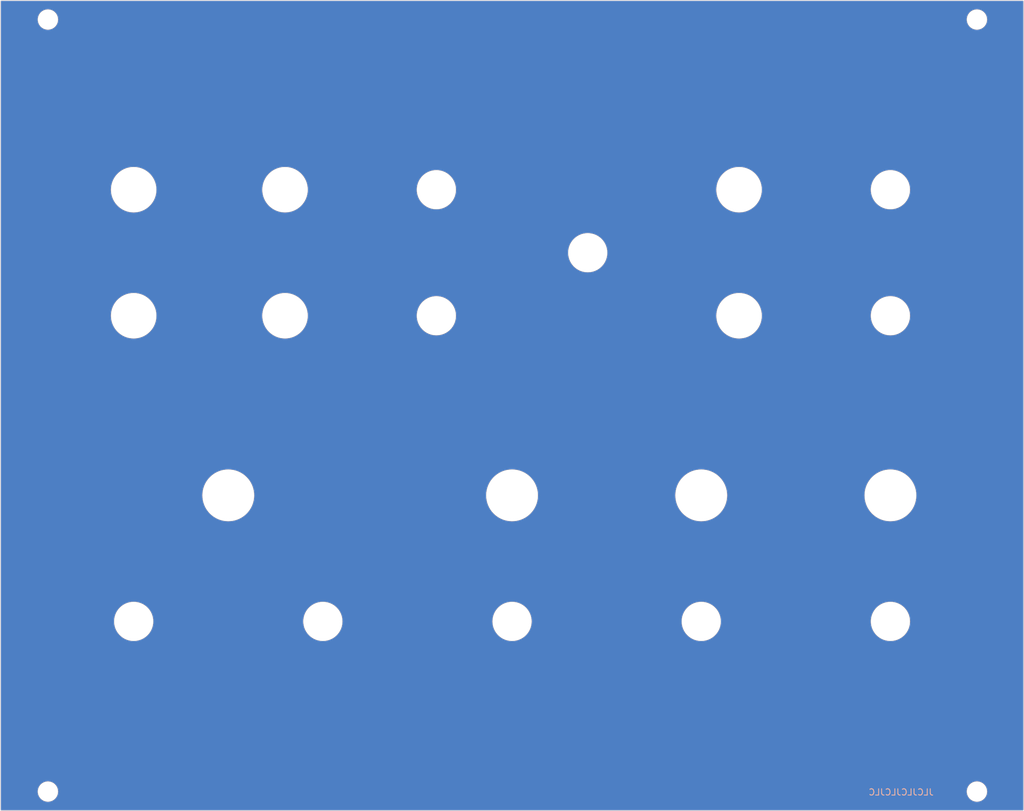
<source format=kicad_pcb>
(kicad_pcb (version 20211014) (generator pcbnew)
  (layers (0 "F.Cu" signal) (31 "B.Cu" signal) (34 "B.Paste" user) (35 "F.Paste" user) (36 "B.SilkS" user "B.Silkscreen") (37 "F.SilkS" user "F.Silkscreen") (38 "B.Mask" user) (39 "F.Mask" user) (44 "Edge.Cuts" user))
  (net 0 "")
  (footprint "Symbol:Sine" (layer "F.Cu") (at 118.1 135.5)
    (fp_text reference "G***" hide)
    (fp_text value "LOGO" hide)
  )
  (gr_line (start 67 155.5) (end 67 27) (layer "Edge.Cuts") (width 0.05))
  (gr_circle (center 184.1 57) (end 187.7 57) (layer "Edge.Cuts") (width 0.05) (fill none))
  (gr_circle (center 208.1 57) (end 211.2 57) (layer "Edge.Cuts") (width 0.05) (fill none))
  (gr_circle (center 208.1 77) (end 211.2 77) (layer "Edge.Cuts") (width 0.05) (fill none))
  (gr_circle (center 136.1 77) (end 139.2 77) (layer "Edge.Cuts") (width 0.05) (fill none))
  (gr_circle (center 88.1 77) (end 91.7 77) (layer "Edge.Cuts") (width 0.05) (fill none))
  (gr_circle (center 112.1 77) (end 115.7 77) (layer "Edge.Cuts") (width 0.05) (fill none))
  (gr_circle (center 184.1 77) (end 187.7 77) (layer "Edge.Cuts") (width 0.05) (fill none))
  (gr_circle (center 88.1 125.5) (end 91.2 125.5) (layer "Edge.Cuts") (width 0.05) (fill none))
  (gr_circle (center 208.1 125.5) (end 211.2 125.5) (layer "Edge.Cuts") (width 0.05) (fill none))
  (gr_circle (center 208.1 105.5) (end 212.2 105.5) (layer "Edge.Cuts") (width 0.05) (fill none))
  (gr_circle (center 160.1 67) (end 163.2 67) (layer "Edge.Cuts") (width 0.05) (fill none))
  (gr_circle (center 221.82 152.5) (end 223.42 152.5) (layer "Edge.Cuts") (width 0.05) (fill none))
  (gr_circle (center 112.1 57) (end 115.7 57) (layer "Edge.Cuts") (width 0.05) (fill none))
  (gr_line (start 229.2 27) (end 229.2 155.5) (layer "Edge.Cuts") (width 0.05))
  (gr_line (start 229.2 155.5) (end 67 155.5) (layer "Edge.Cuts") (width 0.05))
  (gr_circle (center 74.5 30) (end 76.1 30) (layer "Edge.Cuts") (width 0.05) (fill none))
  (gr_circle (center 221.82 30) (end 223.42 30) (layer "Edge.Cuts") (width 0.05) (fill none))
  (gr_circle (center 136.1 57) (end 139.2 57) (layer "Edge.Cuts") (width 0.05) (fill none))
  (gr_circle (center 118.1 125.5) (end 121.2 125.5) (layer "Edge.Cuts") (width 0.05) (fill none))
  (gr_line (start 67 27) (end 229.2 27) (layer "Edge.Cuts") (width 0.05))
  (gr_circle (center 178.1 105.5) (end 182.2 105.5) (layer "Edge.Cuts") (width 0.05) (fill none))
  (gr_circle (center 88.1 57) (end 91.7 57) (layer "Edge.Cuts") (width 0.05) (fill none))
  (gr_circle (center 148.1 125.5) (end 151.2 125.5) (layer "Edge.Cuts") (width 0.05) (fill none))
  (gr_circle (center 178.1 125.5) (end 181.2 125.5) (layer "Edge.Cuts") (width 0.05) (fill none))
  (gr_circle (center 103.1 105.5) (end 107.2 105.5) (layer "Edge.Cuts") (width 0.05) (fill none))
  (gr_circle (center 148.1 105.5) (end 152.2 105.5) (layer "Edge.Cuts") (width 0.05) (fill none))
  (gr_circle (center 74.5 152.5) (end 76.1 152.5) (layer "Edge.Cuts") (width 0.05) (fill none))
  (gr_text "JLCJLCJLCJLC" (at 209.8 152.6) (layer "B.SilkS") (effects (font (size 1 1)) (justify mirror)))
  (zone (net 0) (net_name "") (layer "F.Cu") (connect_pads (clearance 0)) (min_thickness 0.254) (fill yes (thermal_gap 0.508) (thermal_bridge_width 0.508))
    (polygon (pts (xy 229.3 155.6) (xy 66.9 155.6) (xy 66.9 26.9) (xy 229.3 26.9)))
  )
  (zone (net 0) (net_name "") (layer "B.Cu") (connect_pads (clearance 0)) (min_thickness 0.254) (fill yes (thermal_gap 0.508) (thermal_bridge_width 0.508))
    (polygon (pts (xy 229.3 155.6) (xy 66.9 155.6) (xy 66.9 26.9) (xy 229.3 26.9)))
  )
)
</source>
